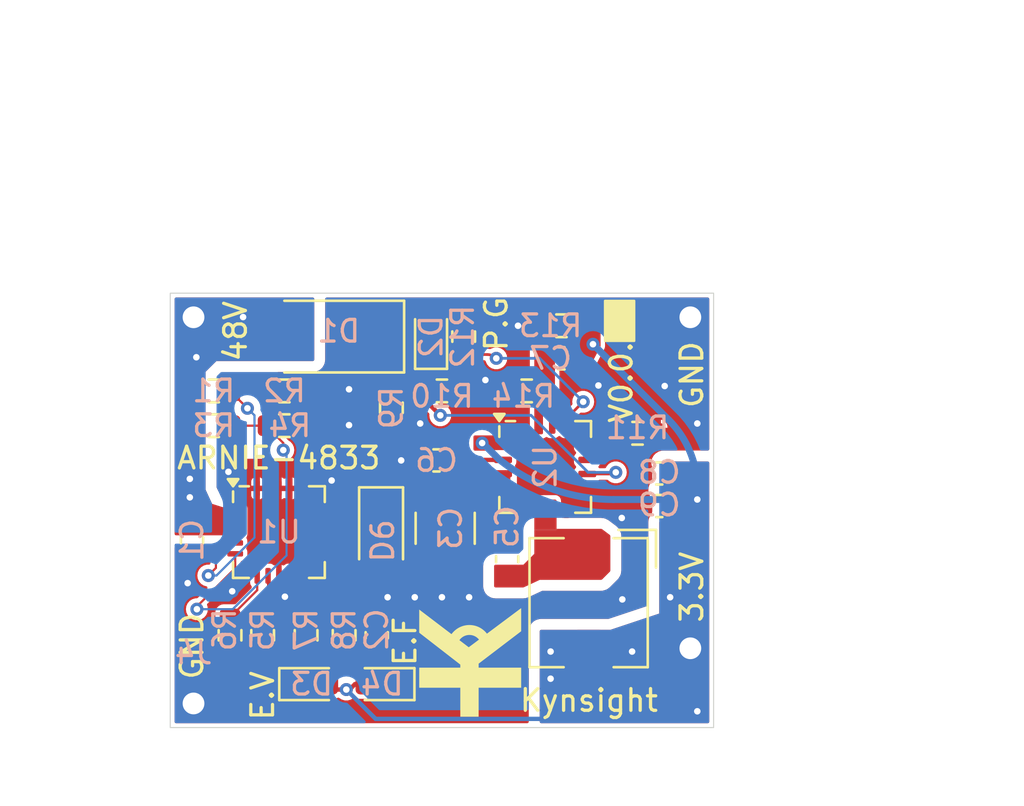
<source format=kicad_pcb>
(kicad_pcb
	(version 20240108)
	(generator "pcbnew")
	(generator_version "8.0")
	(general
		(thickness 1.6)
		(legacy_teardrops no)
	)
	(paper "A4")
	(layers
		(0 "F.Cu" signal)
		(31 "B.Cu" signal)
		(32 "B.Adhes" user "B.Adhesive")
		(33 "F.Adhes" user "F.Adhesive")
		(34 "B.Paste" user)
		(35 "F.Paste" user)
		(36 "B.SilkS" user "B.Silkscreen")
		(37 "F.SilkS" user "F.Silkscreen")
		(38 "B.Mask" user)
		(39 "F.Mask" user)
		(40 "Dwgs.User" user "User.Drawings")
		(41 "Cmts.User" user "User.Comments")
		(42 "Eco1.User" user "User.Eco1")
		(43 "Eco2.User" user "User.Eco2")
		(44 "Edge.Cuts" user)
		(45 "Margin" user)
		(46 "B.CrtYd" user "B.Courtyard")
		(47 "F.CrtYd" user "F.Courtyard")
		(48 "B.Fab" user)
		(49 "F.Fab" user)
		(50 "User.1" user)
		(51 "User.2" user)
		(52 "User.3" user)
		(53 "User.4" user)
		(54 "User.5" user)
		(55 "User.6" user)
		(56 "User.7" user)
		(57 "User.8" user)
		(58 "User.9" user)
	)
	(setup
		(stackup
			(layer "F.SilkS"
				(type "Top Silk Screen")
			)
			(layer "F.Paste"
				(type "Top Solder Paste")
			)
			(layer "F.Mask"
				(type "Top Solder Mask")
				(thickness 0.01)
			)
			(layer "F.Cu"
				(type "copper")
				(thickness 0.035)
			)
			(layer "dielectric 1"
				(type "core")
				(thickness 1.51)
				(material "FR4")
				(epsilon_r 4.5)
				(loss_tangent 0.02)
			)
			(layer "B.Cu"
				(type "copper")
				(thickness 0.035)
			)
			(layer "B.Mask"
				(type "Bottom Solder Mask")
				(thickness 0.01)
			)
			(layer "B.Paste"
				(type "Bottom Solder Paste")
			)
			(layer "B.SilkS"
				(type "Bottom Silk Screen")
			)
			(copper_finish "None")
			(dielectric_constraints no)
		)
		(pad_to_mask_clearance 0)
		(allow_soldermask_bridges_in_footprints no)
		(aux_axis_origin 75 125)
		(grid_origin 75 125)
		(pcbplotparams
			(layerselection 0x00010fc_ffffffff)
			(plot_on_all_layers_selection 0x0000000_00000000)
			(disableapertmacros no)
			(usegerberextensions yes)
			(usegerberattributes no)
			(usegerberadvancedattributes no)
			(creategerberjobfile no)
			(dashed_line_dash_ratio 12.000000)
			(dashed_line_gap_ratio 3.000000)
			(svgprecision 4)
			(plotframeref no)
			(viasonmask no)
			(mode 1)
			(useauxorigin no)
			(hpglpennumber 1)
			(hpglpenspeed 20)
			(hpglpendiameter 15.000000)
			(pdf_front_fp_property_popups yes)
			(pdf_back_fp_property_popups yes)
			(dxfpolygonmode yes)
			(dxfimperialunits yes)
			(dxfusepcbnewfont yes)
			(psnegative no)
			(psa4output no)
			(plotreference yes)
			(plotvalue no)
			(plotfptext yes)
			(plotinvisibletext no)
			(sketchpadsonfab no)
			(subtractmaskfromsilk yes)
			(outputformat 1)
			(mirror no)
			(drillshape 0)
			(scaleselection 1)
			(outputdirectory "../01_output/00_gerber/")
		)
	)
	(net 0 "")
	(net 1 "GND")
	(net 2 "Vin")
	(net 3 "/ID_TSTART")
	(net 4 "VIN")
	(net 5 "unconnected-(U2-SS{slash}TR-Pad14)")
	(net 6 "/DCDC_SW")
	(net 7 "/DCDC_BST")
	(net 8 "/DCDC_VCC")
	(net 9 "Vout")
	(net 10 "/DCDC_FB")
	(net 11 "Net-(D2-A)")
	(net 12 "/ID_UVLO")
	(net 13 "/ID_OVLO")
	(net 14 "/ID_SETI")
	(net 15 "/ID_CLMODE")
	(net 16 "/ID_UVOV")
	(net 17 "/~{ID_FLAG}")
	(net 18 "/DCDC_UVLO")
	(net 19 "/DCDC_FS")
	(net 20 "Net-(U2-PG)")
	(net 21 "unconnected-(U1-EN-Pad9)")
	(net 22 "unconnected-(U2-MSYNC-Pad12)")
	(net 23 "Net-(D3-K)")
	(net 24 "Net-(D4-K)")
	(footprint "ked_symbols:kynsight_logo_5x5mm" (layer "F.Cu") (at 88.8 122 90))
	(footprint "Diode_SMD:D_PowerDI-123" (layer "F.Cu") (at 84.7 116.25 -90))
	(footprint "Capacitor_SMD:C_0603_1608Metric" (layer "F.Cu") (at 93 108 180))
	(footprint "Resistor_SMD:R_0603_1608Metric" (layer "F.Cu") (at 88.5 107 90))
	(footprint "LED_SMD:LED_0603_1608Metric" (layer "F.Cu") (at 84.75 123 180))
	(footprint "Resistor_SMD:R_0603_1608Metric" (layer "F.Cu") (at 96.5 111.45))
	(footprint "Capacitor_SMD:C_0603_1608Metric" (layer "F.Cu") (at 97.5 113.3 180))
	(footprint "Resistor_SMD:R_0603_1608Metric" (layer "F.Cu") (at 85.175 110.275 -90))
	(footprint "Package_DFN_QFN:TQFN-20-1EP_4x4mm_P0.5mm_EP2.9x2.9mm" (layer "F.Cu") (at 80 116))
	(footprint "Package_DFN_QFN:UQFN-16-1EP_4x4mm_P0.65mm_EP2.6x2.6mm" (layer "F.Cu") (at 92.25 113))
	(footprint "Resistor_SMD:R_0603_1608Metric" (layer "F.Cu") (at 91.4 109.5 180))
	(footprint "Inductor_SMD:L_Bourns_SRP5030T" (layer "F.Cu") (at 94.25 119.25 -90))
	(footprint "Resistor_SMD:R_0603_1608Metric" (layer "F.Cu") (at 83 120.75 90))
	(footprint "Resistor_SMD:R_0603_1608Metric" (layer "F.Cu") (at 93 106.5 180))
	(footprint "Resistor_SMD:R_0603_1608Metric" (layer "F.Cu") (at 77.75 120.75 -90))
	(footprint "Resistor_SMD:R_0603_1608Metric" (layer "F.Cu") (at 87.5 109.5))
	(footprint "Capacitor_SMD:C_0603_1608Metric" (layer "F.Cu") (at 87.25 112.7 180))
	(footprint "LED_SMD:LED_0603_1608Metric" (layer "F.Cu") (at 87 107 90))
	(footprint "Capacitor_SMD:C_0603_1608Metric" (layer "F.Cu") (at 84.5 120.75 -90))
	(footprint "Resistor_SMD:R_0603_1608Metric" (layer "F.Cu") (at 77 109.5))
	(footprint "Resistor_SMD:R_0603_1608Metric" (layer "F.Cu") (at 77 111.1))
	(footprint "Resistor_SMD:R_0603_1608Metric" (layer "F.Cu") (at 81.25 120.75 90))
	(footprint "Resistor_SMD:R_0603_1608Metric" (layer "F.Cu") (at 80.25 109.5))
	(footprint "Diode_SMD:D_SMA" (layer "F.Cu") (at 82.25 107 180))
	(footprint "Resistor_SMD:R_0603_1608Metric" (layer "F.Cu") (at 79.25 120.75 -90))
	(footprint "Capacitor_SMD:C_0603_1608Metric" (layer "F.Cu") (at 97.5 114.8 180))
	(footprint "Capacitor_SMD:C_0603_1608Metric" (layer "F.Cu") (at 90.5 117.25 -90))
	(footprint "Resistor_SMD:R_0603_1608Metric" (layer "F.Cu") (at 80.25 111.1))
	(footprint "LED_SMD:LED_0603_1608Metric" (layer "F.Cu") (at 81.5 123))
	(footprint "Capacitor_SMD:C_1210_3225Metric" (layer "F.Cu") (at 87.65 115.825 -90))
	(footprint "Capacitor_SMD:C_0603_1608Metric" (layer "F.Cu") (at 76 116.375 -90))
	(footprint "Connector_PinHeader_2.54mm:PinHeader_1x01_P2.54mm_Vertical" (layer "B.Cu") (at 98.93 106.11 180))
	(footprint "Connector_PinHeader_2.54mm:PinHeader_1x01_P2.54mm_Vertical" (layer "B.Cu") (at 76.07 123.89 180))
	(footprint "Connector_PinHeader_2.54mm:PinHeader_1x01_P2.54mm_Vertical"
		(layer "B.Cu")
		(uuid "5696af0c-113c-44b1-96be-01b0d6a0f035")
		(at 76.07 106.11 180)
		(descr "Through hole straight pin header, 1x01, 2.54mm pitch, single row")
		(tags "Through hole pin header THT 1x01 2.54mm single row")
		(property "Reference" "J1"
			(at 0 2.33 0)
			(layer "B.SilkS")
			(hide yes)
			(uuid "266138a8-91f1-4d5d-9e30-643c7364d8d7")
			(effects
				(font
					(size 1 1)
					(thickness 0.15)
				)
				(justify mirror)
			)
		)
		(property "Value" "Conn_01x01_Pin"
			(at 0 -2.33 0)
			(layer "B.Fab")
			(hide yes)
			(uuid "f83d13d0-c59e-4020-a883-75a780f3774c")
			(effects
				(font
					(size 1 1)
					(thickness 0.15)
				)
				(justify mirror)
			)
		)
		(property "Footprint" "Connector_PinHeader_2.54mm:PinHeader_1x01_P2.54mm_Vertical"
			(at 0 0 0)
			(unlocked yes)
			(layer "B.Fab")
			(hide yes)
			(uuid "0489bf6c-2fcb-4472-9fed-5d07aea82c0b")
			(effects
				(font
					(size 1.27 1.27)
					(thickness 0.15)
				)
				(justify mirror)
			)
		)
		(property "Datasheet" ""
			(at 0 0 0)
			(unlocked yes)
			(layer "B.Fab")
			(hide yes)
			(uuid "fd0bc5db-671e-4abc-8255-0dd8e75dc35f")
			(effects
				(font
					(size 1.27 1.27)
					(thickness 0.15)
				)
				(justify mirror)
			)
		)
		(property "Description" "Generic connector, single row, 01x01, script generated"
			(at 0 0 0)
			(unlocked yes)
			(layer "B.Fab")
			(hide yes)
			(uuid "b3d14d97-c911-4549-abfe-4c301694a1ab")
			(effects
				(font
					(size 1.27 1.27)
					(thickness 0.15)
				)
				(justify mirror)
			)
		)
		(property ki_fp_filters "Connector
... [129085 chars truncated]
</source>
